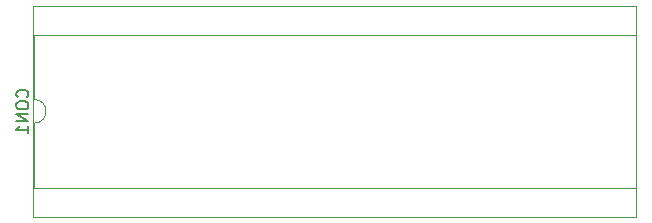
<source format=gbr>
%TF.GenerationSoftware,KiCad,Pcbnew,(5.1.9-0-10_14)*%
%TF.CreationDate,2022-05-21T18:10:01+01:00*%
%TF.ProjectId,BBCMicro128KRomRam,4242434d-6963-4726-9f31-32384b526f6d,rev?*%
%TF.SameCoordinates,Original*%
%TF.FileFunction,Legend,Bot*%
%TF.FilePolarity,Positive*%
%FSLAX46Y46*%
G04 Gerber Fmt 4.6, Leading zero omitted, Abs format (unit mm)*
G04 Created by KiCad (PCBNEW (5.1.9-0-10_14)) date 2022-05-21 18:10:01*
%MOMM*%
%LPD*%
G01*
G04 APERTURE LIST*
%ADD10C,0.120000*%
%ADD11C,0.150000*%
G04 APERTURE END LIST*
D10*
%TO.C,CON1*%
X171898000Y-89519000D02*
X171898000Y-94979000D01*
X171898000Y-94979000D02*
X222818000Y-94979000D01*
X222818000Y-94979000D02*
X222818000Y-82059000D01*
X222818000Y-82059000D02*
X171898000Y-82059000D01*
X171898000Y-82059000D02*
X171898000Y-87519000D01*
X171838000Y-97469000D02*
X222878000Y-97469000D01*
X222878000Y-97469000D02*
X222878000Y-79569000D01*
X222878000Y-79569000D02*
X171838000Y-79569000D01*
X171838000Y-79569000D02*
X171838000Y-97469000D01*
X171898000Y-87519000D02*
G75*
G02*
X171898000Y-89519000I0J-1000000D01*
G01*
D11*
X171299142Y-87304714D02*
X171346761Y-87257095D01*
X171394380Y-87114238D01*
X171394380Y-87019000D01*
X171346761Y-86876142D01*
X171251523Y-86780904D01*
X171156285Y-86733285D01*
X170965809Y-86685666D01*
X170822952Y-86685666D01*
X170632476Y-86733285D01*
X170537238Y-86780904D01*
X170442000Y-86876142D01*
X170394380Y-87019000D01*
X170394380Y-87114238D01*
X170442000Y-87257095D01*
X170489619Y-87304714D01*
X170394380Y-87923761D02*
X170394380Y-88114238D01*
X170442000Y-88209476D01*
X170537238Y-88304714D01*
X170727714Y-88352333D01*
X171061047Y-88352333D01*
X171251523Y-88304714D01*
X171346761Y-88209476D01*
X171394380Y-88114238D01*
X171394380Y-87923761D01*
X171346761Y-87828523D01*
X171251523Y-87733285D01*
X171061047Y-87685666D01*
X170727714Y-87685666D01*
X170537238Y-87733285D01*
X170442000Y-87828523D01*
X170394380Y-87923761D01*
X171394380Y-88780904D02*
X170394380Y-88780904D01*
X171394380Y-89352333D01*
X170394380Y-89352333D01*
X171394380Y-90352333D02*
X171394380Y-89780904D01*
X171394380Y-90066619D02*
X170394380Y-90066619D01*
X170537238Y-89971380D01*
X170632476Y-89876142D01*
X170680095Y-89780904D01*
%TD*%
M02*

</source>
